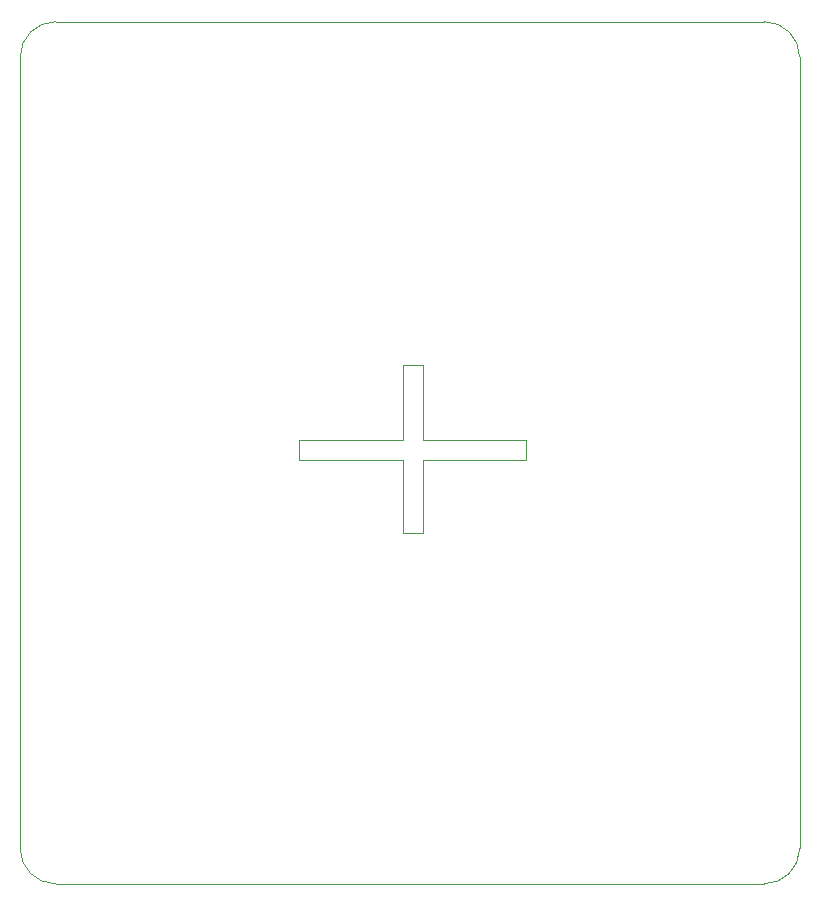
<source format=gko>
%TF.GenerationSoftware,KiCad,Pcbnew,(6.0.7)*%
%TF.CreationDate,2022-11-21T20:08:05+01:00*%
%TF.ProjectId,Arbolito,4172626f-6c69-4746-9f2e-6b696361645f,rev?*%
%TF.SameCoordinates,Original*%
%TF.FileFunction,Profile,NP*%
%FSLAX46Y46*%
G04 Gerber Fmt 4.6, Leading zero omitted, Abs format (unit mm)*
G04 Created by KiCad (PCBNEW (6.0.7)) date 2022-11-21 20:08:05*
%MOMM*%
%LPD*%
G01*
G04 APERTURE LIST*
%TA.AperFunction,Profile*%
%ADD10C,0.1*%
%TD*%
G04 APERTURE END LIST*
D10*
X0080000000Y0025999999D02*
G75*
G03*
X0083000000Y0028999999J0003000000D01*
G01*
X0051100000Y0069900000D02*
X0051100000Y0063599999D01*
X0020000000Y0099000000D02*
G75*
G03*
X0017000000Y0096000000J-0003000000D01*
G01*
X0080000000Y0099000000D02*
X0020000000Y0099000000D01*
X0059800000Y0061900000D02*
X0051100000Y0061900000D01*
X0059800000Y0063599999D02*
X0059800000Y0061900000D01*
X0051100000Y0061900000D02*
X0051100000Y0055699999D01*
X0049400000Y0061900000D02*
X0040600000Y0061900000D01*
X0040600000Y0063599999D02*
X0049400000Y0063599999D01*
X0051100000Y0055699999D02*
X0049400000Y0055699999D01*
X0049400000Y0055699999D02*
X0049400000Y0061900000D01*
X0017000000Y0029000000D02*
G75*
G03*
X0020000000Y0026000000I0003000000D01*
G01*
X0051100000Y0063599999D02*
X0059800000Y0063599999D01*
X0040600000Y0061900000D02*
X0040600000Y0063599999D01*
X0049400000Y0069900000D02*
X0051100000Y0069900000D01*
X0020000000Y0026000000D02*
X0080000000Y0025999999D01*
X0083000000Y0028999999D02*
X0083000000Y0096000000D01*
X0017000000Y0096000000D02*
X0017000000Y0029000000D01*
X0083000000Y0096000000D02*
G75*
G03*
X0080000000Y0099000000I-0003000000D01*
G01*
X0049400000Y0063599999D02*
X0049400000Y0069900000D01*
M02*
</source>
